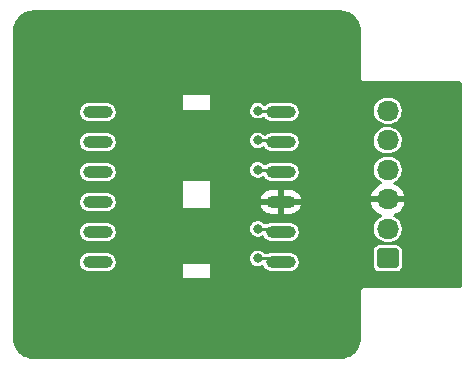
<source format=gbr>
%TF.GenerationSoftware,KiCad,Pcbnew,(6.0.2-0)*%
%TF.CreationDate,2022-03-06T07:54:27+00:00*%
%TF.ProjectId,L86,4c38362e-6b69-4636-9164-5f7063625858,rev?*%
%TF.SameCoordinates,Original*%
%TF.FileFunction,Copper,L1,Top*%
%TF.FilePolarity,Positive*%
%FSLAX46Y46*%
G04 Gerber Fmt 4.6, Leading zero omitted, Abs format (unit mm)*
G04 Created by KiCad (PCBNEW (6.0.2-0)) date 2022-03-06 07:54:27*
%MOMM*%
%LPD*%
G01*
G04 APERTURE LIST*
G04 Aperture macros list*
%AMRoundRect*
0 Rectangle with rounded corners*
0 $1 Rounding radius*
0 $2 $3 $4 $5 $6 $7 $8 $9 X,Y pos of 4 corners*
0 Add a 4 corners polygon primitive as box body*
4,1,4,$2,$3,$4,$5,$6,$7,$8,$9,$2,$3,0*
0 Add four circle primitives for the rounded corners*
1,1,$1+$1,$2,$3*
1,1,$1+$1,$4,$5*
1,1,$1+$1,$6,$7*
1,1,$1+$1,$8,$9*
0 Add four rect primitives between the rounded corners*
20,1,$1+$1,$2,$3,$4,$5,0*
20,1,$1+$1,$4,$5,$6,$7,0*
20,1,$1+$1,$6,$7,$8,$9,0*
20,1,$1+$1,$8,$9,$2,$3,0*%
G04 Aperture macros list end*
%TA.AperFunction,ComponentPad*%
%ADD10RoundRect,0.250000X0.675000X-0.600000X0.675000X0.600000X-0.675000X0.600000X-0.675000X-0.600000X0*%
%TD*%
%TA.AperFunction,ComponentPad*%
%ADD11O,1.850000X1.700000*%
%TD*%
%TA.AperFunction,SMDPad,CuDef*%
%ADD12RoundRect,0.500000X-0.750000X0.000000X0.750000X0.000000X0.750000X0.000000X-0.750000X0.000000X0*%
%TD*%
%TA.AperFunction,ViaPad*%
%ADD13C,0.800000*%
%TD*%
%TA.AperFunction,Conductor*%
%ADD14C,0.250000*%
%TD*%
G04 APERTURE END LIST*
D10*
%TO.P,J1,1,Pin_1*%
%TO.N,Net-(J1-Pad1)*%
X117000000Y-106250000D03*
D11*
%TO.P,J1,2,Pin_2*%
%TO.N,Net-(J1-Pad2)*%
X117000000Y-103750000D03*
%TO.P,J1,3,Pin_3*%
%TO.N,GND*%
X117000000Y-101250000D03*
%TO.P,J1,4,Pin_4*%
%TO.N,Net-(J1-Pad4)*%
X117000000Y-98750000D03*
%TO.P,J1,5,Pin_5*%
%TO.N,Net-(J1-Pad5)*%
X117000000Y-96250000D03*
%TO.P,J1,6,Pin_6*%
%TO.N,Net-(J1-Pad6)*%
X117000000Y-93750000D03*
%TD*%
D12*
%TO.P,U1,1,RXD1*%
%TO.N,Net-(J1-Pad1)*%
X107950000Y-106550000D03*
%TO.P,U1,2,TXD1*%
%TO.N,Net-(J1-Pad2)*%
X107950000Y-104010000D03*
%TO.P,U1,3,GND*%
%TO.N,GND*%
X107950000Y-101470000D03*
%TO.P,U1,4,VCC*%
%TO.N,Net-(J1-Pad4)*%
X107950000Y-98930000D03*
%TO.P,U1,5,V_BKCP*%
%TO.N,Net-(J1-Pad5)*%
X107950000Y-96390000D03*
%TO.P,U1,6,1PPS*%
%TO.N,Net-(J1-Pad6)*%
X107950000Y-93850000D03*
%TO.P,U1,7,FORCE_ON*%
%TO.N,unconnected-(U1-Pad7)*%
X92450000Y-93850000D03*
%TO.P,U1,8,AADET_N*%
%TO.N,unconnected-(U1-Pad8)*%
X92450000Y-96390000D03*
%TO.P,U1,9,NC*%
%TO.N,unconnected-(U1-Pad9)*%
X92450000Y-98930000D03*
%TO.P,U1,10,RESET*%
%TO.N,unconnected-(U1-Pad10)*%
X92450000Y-101470000D03*
%TO.P,U1,11,EX_ANT*%
%TO.N,unconnected-(U1-Pad11)*%
X92450000Y-104010000D03*
%TO.P,U1,12,GND*%
%TO.N,unconnected-(U1-Pad12)*%
X92450000Y-106550000D03*
%TD*%
D13*
%TO.N,Net-(J1-Pad1)*%
X106000000Y-106250000D03*
%TO.N,Net-(J1-Pad2)*%
X106000000Y-103750000D03*
%TO.N,Net-(J1-Pad4)*%
X106000000Y-98750000D03*
%TO.N,Net-(J1-Pad5)*%
X106000000Y-96250000D03*
%TO.N,Net-(J1-Pad6)*%
X106000000Y-93750000D03*
%TD*%
D14*
%TO.N,Net-(J1-Pad1)*%
X106000000Y-106250000D02*
X107650000Y-106250000D01*
X107650000Y-106250000D02*
X107950000Y-106550000D01*
%TO.N,Net-(J1-Pad2)*%
X106000000Y-103750000D02*
X107690000Y-103750000D01*
X107690000Y-103750000D02*
X107950000Y-104010000D01*
%TO.N,Net-(J1-Pad4)*%
X106000000Y-98750000D02*
X107770000Y-98750000D01*
X107770000Y-98750000D02*
X107950000Y-98930000D01*
%TO.N,Net-(J1-Pad5)*%
X106000000Y-96250000D02*
X107810000Y-96250000D01*
X107810000Y-96250000D02*
X107950000Y-96390000D01*
%TO.N,Net-(J1-Pad6)*%
X106000000Y-93750000D02*
X107850000Y-93750000D01*
X107850000Y-93750000D02*
X107950000Y-93850000D01*
%TD*%
%TA.AperFunction,Conductor*%
%TO.N,GND*%
G36*
X112987153Y-85256421D02*
G01*
X113000000Y-85258976D01*
X113012171Y-85256555D01*
X113024581Y-85256555D01*
X113024581Y-85257198D01*
X113035326Y-85256527D01*
X113239491Y-85271129D01*
X113257285Y-85273687D01*
X113483101Y-85322810D01*
X113500350Y-85327875D01*
X113583148Y-85358757D01*
X113716877Y-85408635D01*
X113733226Y-85416102D01*
X113936049Y-85526852D01*
X113951173Y-85536571D01*
X114136176Y-85675063D01*
X114149762Y-85686836D01*
X114313164Y-85850238D01*
X114324937Y-85863824D01*
X114463429Y-86048827D01*
X114473148Y-86063951D01*
X114583898Y-86266774D01*
X114591367Y-86283127D01*
X114672125Y-86499650D01*
X114677190Y-86516899D01*
X114726313Y-86742715D01*
X114728871Y-86760509D01*
X114743473Y-86964674D01*
X114742802Y-86975419D01*
X114743445Y-86975419D01*
X114743445Y-86987829D01*
X114741024Y-87000000D01*
X114743445Y-87012170D01*
X114743579Y-87012844D01*
X114746000Y-87037425D01*
X114746000Y-90962575D01*
X114743579Y-90987153D01*
X114741024Y-91000000D01*
X114746000Y-91025017D01*
X114760737Y-91099106D01*
X114816876Y-91183124D01*
X114900894Y-91239263D01*
X115000000Y-91258976D01*
X115012847Y-91256421D01*
X115037425Y-91254000D01*
X123120000Y-91254000D01*
X123188121Y-91274002D01*
X123234614Y-91327658D01*
X123246000Y-91380000D01*
X123246000Y-108620000D01*
X123225998Y-108688121D01*
X123172342Y-108734614D01*
X123120000Y-108746000D01*
X115037425Y-108746000D01*
X115012847Y-108743579D01*
X115000000Y-108741024D01*
X114987828Y-108743445D01*
X114974983Y-108746000D01*
X114900894Y-108760737D01*
X114816876Y-108816876D01*
X114760737Y-108900894D01*
X114741024Y-109000000D01*
X114743445Y-109012170D01*
X114743579Y-109012844D01*
X114746000Y-109037425D01*
X114746000Y-112962575D01*
X114743579Y-112987153D01*
X114741024Y-113000000D01*
X114743445Y-113012171D01*
X114743445Y-113024581D01*
X114742802Y-113024581D01*
X114743473Y-113035326D01*
X114728871Y-113239491D01*
X114726313Y-113257285D01*
X114677190Y-113483101D01*
X114672125Y-113500350D01*
X114591367Y-113716873D01*
X114583898Y-113733226D01*
X114473148Y-113936049D01*
X114463429Y-113951173D01*
X114324937Y-114136176D01*
X114313164Y-114149762D01*
X114149762Y-114313164D01*
X114136176Y-114324937D01*
X113951173Y-114463429D01*
X113936049Y-114473148D01*
X113733226Y-114583898D01*
X113716877Y-114591365D01*
X113583148Y-114641243D01*
X113500350Y-114672125D01*
X113483101Y-114677190D01*
X113257285Y-114726313D01*
X113239491Y-114728871D01*
X113035326Y-114743473D01*
X113024581Y-114742802D01*
X113024581Y-114743445D01*
X113012171Y-114743445D01*
X113000000Y-114741024D01*
X112987153Y-114743579D01*
X112962575Y-114746000D01*
X87037425Y-114746000D01*
X87012847Y-114743579D01*
X87000000Y-114741024D01*
X86987829Y-114743445D01*
X86975419Y-114743445D01*
X86975419Y-114742802D01*
X86964674Y-114743473D01*
X86760509Y-114728871D01*
X86742715Y-114726313D01*
X86516899Y-114677190D01*
X86499650Y-114672125D01*
X86416852Y-114641243D01*
X86283123Y-114591365D01*
X86266774Y-114583898D01*
X86063951Y-114473148D01*
X86048827Y-114463429D01*
X85863824Y-114324937D01*
X85850238Y-114313164D01*
X85686836Y-114149762D01*
X85675063Y-114136176D01*
X85536571Y-113951173D01*
X85526852Y-113936049D01*
X85416102Y-113733226D01*
X85408633Y-113716873D01*
X85327875Y-113500350D01*
X85322810Y-113483101D01*
X85273687Y-113257285D01*
X85271129Y-113239491D01*
X85256527Y-113035326D01*
X85257198Y-113024581D01*
X85256555Y-113024581D01*
X85256555Y-113012171D01*
X85258976Y-113000000D01*
X85256421Y-112987153D01*
X85254000Y-112962575D01*
X85254000Y-107950000D01*
X99700000Y-107950000D01*
X101950000Y-107950000D01*
X101950000Y-106700000D01*
X99700000Y-106700000D01*
X99700000Y-107950000D01*
X85254000Y-107950000D01*
X85254000Y-106600128D01*
X90945500Y-106600128D01*
X90945837Y-106603374D01*
X90945837Y-106603378D01*
X90954402Y-106685919D01*
X90956417Y-106705343D01*
X90958598Y-106711879D01*
X90958598Y-106711881D01*
X90985008Y-106791042D01*
X91012097Y-106872237D01*
X91047380Y-106929253D01*
X91061207Y-106951597D01*
X91104678Y-107021846D01*
X91229194Y-107146144D01*
X91378964Y-107238464D01*
X91385912Y-107240769D01*
X91385913Y-107240769D01*
X91539424Y-107291687D01*
X91539426Y-107291687D01*
X91545955Y-107293853D01*
X91649872Y-107304500D01*
X93250128Y-107304500D01*
X93253374Y-107304163D01*
X93253378Y-107304163D01*
X93348485Y-107294295D01*
X93348489Y-107294294D01*
X93355343Y-107293583D01*
X93361879Y-107291402D01*
X93361881Y-107291402D01*
X93500257Y-107245236D01*
X93522237Y-107237903D01*
X93579253Y-107202620D01*
X93665620Y-107149175D01*
X93665621Y-107149174D01*
X93671846Y-107145322D01*
X93796144Y-107020806D01*
X93888464Y-106871036D01*
X93908381Y-106810989D01*
X93941687Y-106710576D01*
X93941687Y-106710574D01*
X93943853Y-106704045D01*
X93954500Y-106600128D01*
X93954500Y-106499872D01*
X93943583Y-106394657D01*
X93893018Y-106243096D01*
X105340729Y-106243096D01*
X105358113Y-106400553D01*
X105360723Y-106407684D01*
X105360723Y-106407686D01*
X105395636Y-106503090D01*
X105412553Y-106549319D01*
X105416789Y-106555622D01*
X105416789Y-106555623D01*
X105444534Y-106596911D01*
X105500908Y-106680805D01*
X105506527Y-106685918D01*
X105506528Y-106685919D01*
X105526921Y-106704475D01*
X105618076Y-106787419D01*
X105757293Y-106863008D01*
X105910522Y-106903207D01*
X105994477Y-106904526D01*
X106061319Y-106905576D01*
X106061322Y-106905576D01*
X106068916Y-106905695D01*
X106223332Y-106870329D01*
X106341317Y-106810989D01*
X106411163Y-106798251D01*
X106476807Y-106825295D01*
X106510906Y-106868667D01*
X106512097Y-106872237D01*
X106515951Y-106878465D01*
X106561207Y-106951597D01*
X106604678Y-107021846D01*
X106729194Y-107146144D01*
X106878964Y-107238464D01*
X106885912Y-107240769D01*
X106885913Y-107240769D01*
X107039424Y-107291687D01*
X107039426Y-107291687D01*
X107045955Y-107293853D01*
X107149872Y-107304500D01*
X108750128Y-107304500D01*
X108753374Y-107304163D01*
X108753378Y-107304163D01*
X108848485Y-107294295D01*
X108848489Y-107294294D01*
X108855343Y-107293583D01*
X108861879Y-107291402D01*
X108861881Y-107291402D01*
X109000257Y-107245236D01*
X109022237Y-107237903D01*
X109079253Y-107202620D01*
X109165620Y-107149175D01*
X109165621Y-107149174D01*
X109171846Y-107145322D01*
X109296144Y-107020806D01*
X109371993Y-106897756D01*
X115820500Y-106897756D01*
X115820869Y-106901152D01*
X115820869Y-106901153D01*
X115821350Y-106905576D01*
X115827202Y-106959448D01*
X115877929Y-107094764D01*
X115883309Y-107101943D01*
X115883311Y-107101946D01*
X115919314Y-107149984D01*
X115964596Y-107210404D01*
X115971776Y-107215785D01*
X116073054Y-107291689D01*
X116073057Y-107291691D01*
X116080236Y-107297071D01*
X116169954Y-107330704D01*
X116208157Y-107345026D01*
X116208159Y-107345026D01*
X116215552Y-107347798D01*
X116223402Y-107348651D01*
X116223403Y-107348651D01*
X116273847Y-107354131D01*
X116277244Y-107354500D01*
X117722756Y-107354500D01*
X117726153Y-107354131D01*
X117776597Y-107348651D01*
X117776598Y-107348651D01*
X117784448Y-107347798D01*
X117791841Y-107345026D01*
X117791843Y-107345026D01*
X117830046Y-107330704D01*
X117919764Y-107297071D01*
X117926943Y-107291691D01*
X117926946Y-107291689D01*
X118028224Y-107215785D01*
X118035404Y-107210404D01*
X118080686Y-107149984D01*
X118116689Y-107101946D01*
X118116691Y-107101943D01*
X118122071Y-107094764D01*
X118172798Y-106959448D01*
X118178651Y-106905576D01*
X118179131Y-106901153D01*
X118179131Y-106901152D01*
X118179500Y-106897756D01*
X118179500Y-105602244D01*
X118172798Y-105540552D01*
X118122071Y-105405236D01*
X118116691Y-105398057D01*
X118116689Y-105398054D01*
X118040785Y-105296776D01*
X118035404Y-105289596D01*
X118014977Y-105274287D01*
X117926946Y-105208311D01*
X117926943Y-105208309D01*
X117919764Y-105202929D01*
X117830046Y-105169296D01*
X117791843Y-105154974D01*
X117791841Y-105154974D01*
X117784448Y-105152202D01*
X117776598Y-105151349D01*
X117776597Y-105151349D01*
X117726153Y-105145869D01*
X117726152Y-105145869D01*
X117722756Y-105145500D01*
X116277244Y-105145500D01*
X116273848Y-105145869D01*
X116273847Y-105145869D01*
X116223403Y-105151349D01*
X116223402Y-105151349D01*
X116215552Y-105152202D01*
X116208159Y-105154974D01*
X116208157Y-105154974D01*
X116169954Y-105169296D01*
X116080236Y-105202929D01*
X116073057Y-105208309D01*
X116073054Y-105208311D01*
X115985023Y-105274287D01*
X115964596Y-105289596D01*
X115959215Y-105296776D01*
X115883311Y-105398054D01*
X115883309Y-105398057D01*
X115877929Y-105405236D01*
X115827202Y-105540552D01*
X115820500Y-105602244D01*
X115820500Y-106897756D01*
X109371993Y-106897756D01*
X109388464Y-106871036D01*
X109408381Y-106810989D01*
X109441687Y-106710576D01*
X109441687Y-106710574D01*
X109443853Y-106704045D01*
X109454500Y-106600128D01*
X109454500Y-106499872D01*
X109443583Y-106394657D01*
X109387903Y-106227763D01*
X109352620Y-106170747D01*
X109299175Y-106084380D01*
X109299174Y-106084379D01*
X109295322Y-106078154D01*
X109170806Y-105953856D01*
X109021036Y-105861536D01*
X108913746Y-105825949D01*
X108860576Y-105808313D01*
X108860574Y-105808313D01*
X108854045Y-105806147D01*
X108750128Y-105795500D01*
X107149872Y-105795500D01*
X107146626Y-105795837D01*
X107146622Y-105795837D01*
X107051515Y-105805705D01*
X107051511Y-105805706D01*
X107044657Y-105806417D01*
X107038121Y-105808598D01*
X107038119Y-105808598D01*
X106877763Y-105862097D01*
X106877331Y-105860802D01*
X106833774Y-105870500D01*
X106599682Y-105870500D01*
X106531561Y-105850498D01*
X106505114Y-105824860D01*
X106503878Y-105825949D01*
X106498855Y-105820251D01*
X106494553Y-105813992D01*
X106376275Y-105708611D01*
X106368889Y-105704700D01*
X106242988Y-105638039D01*
X106242989Y-105638039D01*
X106236274Y-105634484D01*
X106082633Y-105595892D01*
X106075034Y-105595852D01*
X106075033Y-105595852D01*
X106009181Y-105595507D01*
X105924221Y-105595062D01*
X105916841Y-105596834D01*
X105916839Y-105596834D01*
X105777563Y-105630271D01*
X105777560Y-105630272D01*
X105770184Y-105632043D01*
X105629414Y-105704700D01*
X105510039Y-105808838D01*
X105418950Y-105938444D01*
X105361406Y-106086037D01*
X105360414Y-106093570D01*
X105360414Y-106093571D01*
X105341833Y-106234711D01*
X105340729Y-106243096D01*
X93893018Y-106243096D01*
X93887903Y-106227763D01*
X93852620Y-106170747D01*
X93799175Y-106084380D01*
X93799174Y-106084379D01*
X93795322Y-106078154D01*
X93670806Y-105953856D01*
X93521036Y-105861536D01*
X93413746Y-105825949D01*
X93360576Y-105808313D01*
X93360574Y-105808313D01*
X93354045Y-105806147D01*
X93250128Y-105795500D01*
X91649872Y-105795500D01*
X91646626Y-105795837D01*
X91646622Y-105795837D01*
X91551515Y-105805705D01*
X91551511Y-105805706D01*
X91544657Y-105806417D01*
X91538121Y-105808598D01*
X91538119Y-105808598D01*
X91489376Y-105824860D01*
X91377763Y-105862097D01*
X91371531Y-105865953D01*
X91371532Y-105865953D01*
X91235688Y-105950016D01*
X91228154Y-105954678D01*
X91103856Y-106079194D01*
X91011536Y-106228964D01*
X91009231Y-106235912D01*
X91009231Y-106235913D01*
X91006849Y-106243096D01*
X90956147Y-106395955D01*
X90945500Y-106499872D01*
X90945500Y-106600128D01*
X85254000Y-106600128D01*
X85254000Y-104060128D01*
X90945500Y-104060128D01*
X90945837Y-104063374D01*
X90945837Y-104063378D01*
X90951369Y-104116688D01*
X90956417Y-104165343D01*
X90958598Y-104171879D01*
X90958598Y-104171881D01*
X90971941Y-104211874D01*
X91012097Y-104332237D01*
X91104678Y-104481846D01*
X91229194Y-104606144D01*
X91378964Y-104698464D01*
X91385912Y-104700769D01*
X91385913Y-104700769D01*
X91539424Y-104751687D01*
X91539426Y-104751687D01*
X91545955Y-104753853D01*
X91649872Y-104764500D01*
X93250128Y-104764500D01*
X93253374Y-104764163D01*
X93253378Y-104764163D01*
X93348485Y-104754295D01*
X93348489Y-104754294D01*
X93355343Y-104753583D01*
X93361879Y-104751402D01*
X93361881Y-104751402D01*
X93500257Y-104705236D01*
X93522237Y-104697903D01*
X93641697Y-104623979D01*
X93665620Y-104609175D01*
X93665621Y-104609174D01*
X93671846Y-104605322D01*
X93796144Y-104480806D01*
X93888464Y-104331036D01*
X93893231Y-104316665D01*
X93941687Y-104170576D01*
X93941687Y-104170574D01*
X93943853Y-104164045D01*
X93954500Y-104060128D01*
X93954500Y-103959872D01*
X93954163Y-103956622D01*
X93944295Y-103861515D01*
X93944294Y-103861511D01*
X93943583Y-103854657D01*
X93906364Y-103743096D01*
X105340729Y-103743096D01*
X105358113Y-103900553D01*
X105360723Y-103907684D01*
X105360723Y-103907686D01*
X105401254Y-104018442D01*
X105412553Y-104049319D01*
X105416789Y-104055622D01*
X105416789Y-104055623D01*
X105485910Y-104158485D01*
X105500908Y-104180805D01*
X105506527Y-104185918D01*
X105506528Y-104185919D01*
X105540763Y-104217070D01*
X105618076Y-104287419D01*
X105757293Y-104363008D01*
X105910522Y-104403207D01*
X105994477Y-104404526D01*
X106061319Y-104405576D01*
X106061322Y-104405576D01*
X106068916Y-104405695D01*
X106223332Y-104370329D01*
X106330032Y-104316665D01*
X106358477Y-104302359D01*
X106428322Y-104289621D01*
X106493966Y-104316665D01*
X106522235Y-104348621D01*
X106557554Y-104405695D01*
X106604678Y-104481846D01*
X106729194Y-104606144D01*
X106878964Y-104698464D01*
X106885912Y-104700769D01*
X106885913Y-104700769D01*
X107039424Y-104751687D01*
X107039426Y-104751687D01*
X107045955Y-104753853D01*
X107149872Y-104764500D01*
X108750128Y-104764500D01*
X108753374Y-104764163D01*
X108753378Y-104764163D01*
X108848485Y-104754295D01*
X108848489Y-104754294D01*
X108855343Y-104753583D01*
X108861879Y-104751402D01*
X108861881Y-104751402D01*
X109000257Y-104705236D01*
X109022237Y-104697903D01*
X109141697Y-104623979D01*
X109165620Y-104609175D01*
X109165621Y-104609174D01*
X109171846Y-104605322D01*
X109296144Y-104480806D01*
X109388464Y-104331036D01*
X109393231Y-104316665D01*
X109441687Y-104170576D01*
X109441687Y-104170574D01*
X109443853Y-104164045D01*
X109454500Y-104060128D01*
X109454500Y-103959872D01*
X109454163Y-103956622D01*
X109444295Y-103861515D01*
X109444294Y-103861511D01*
X109443583Y-103854657D01*
X109406364Y-103743096D01*
X109390221Y-103694711D01*
X109387903Y-103687763D01*
X109295322Y-103538154D01*
X109170806Y-103413856D01*
X109021036Y-103321536D01*
X108967703Y-103303846D01*
X108860576Y-103268313D01*
X108860574Y-103268313D01*
X108854045Y-103266147D01*
X108750128Y-103255500D01*
X107149872Y-103255500D01*
X107146626Y-103255837D01*
X107146622Y-103255837D01*
X107051515Y-103265705D01*
X107051511Y-103265706D01*
X107044657Y-103266417D01*
X107038121Y-103268598D01*
X107038119Y-103268598D01*
X106902057Y-103313992D01*
X106877763Y-103322097D01*
X106871535Y-103325951D01*
X106871533Y-103325952D01*
X106830016Y-103351644D01*
X106763713Y-103370500D01*
X106599682Y-103370500D01*
X106531561Y-103350498D01*
X106505114Y-103324860D01*
X106503878Y-103325949D01*
X106498855Y-103320251D01*
X106494553Y-103313992D01*
X106459690Y-103282930D01*
X106443284Y-103268313D01*
X106376275Y-103208611D01*
X106368889Y-103204700D01*
X106242988Y-103138039D01*
X106242989Y-103138039D01*
X106236274Y-103134484D01*
X106082633Y-103095892D01*
X106075034Y-103095852D01*
X106075033Y-103095852D01*
X106009181Y-103095507D01*
X105924221Y-103095062D01*
X105916841Y-103096834D01*
X105916839Y-103096834D01*
X105777563Y-103130271D01*
X105777560Y-103130272D01*
X105770184Y-103132043D01*
X105629414Y-103204700D01*
X105510039Y-103308838D01*
X105418950Y-103438444D01*
X105361406Y-103586037D01*
X105360414Y-103593570D01*
X105360414Y-103593571D01*
X105346941Y-103695913D01*
X105340729Y-103743096D01*
X93906364Y-103743096D01*
X93890221Y-103694711D01*
X93887903Y-103687763D01*
X93795322Y-103538154D01*
X93670806Y-103413856D01*
X93521036Y-103321536D01*
X93467703Y-103303846D01*
X93360576Y-103268313D01*
X93360574Y-103268313D01*
X93354045Y-103266147D01*
X93250128Y-103255500D01*
X91649872Y-103255500D01*
X91646626Y-103255837D01*
X91646622Y-103255837D01*
X91551515Y-103265705D01*
X91551511Y-103265706D01*
X91544657Y-103266417D01*
X91538121Y-103268598D01*
X91538119Y-103268598D01*
X91402057Y-103313992D01*
X91377763Y-103322097D01*
X91371531Y-103325953D01*
X91371532Y-103325953D01*
X91235688Y-103410016D01*
X91228154Y-103414678D01*
X91103856Y-103539194D01*
X91011536Y-103688964D01*
X91009231Y-103695912D01*
X91009231Y-103695913D01*
X90973314Y-103804200D01*
X90956147Y-103855955D01*
X90945500Y-103959872D01*
X90945500Y-104060128D01*
X85254000Y-104060128D01*
X85254000Y-101520128D01*
X90945500Y-101520128D01*
X90945837Y-101523374D01*
X90945837Y-101523378D01*
X90947290Y-101537376D01*
X90956417Y-101625343D01*
X90958598Y-101631879D01*
X90958598Y-101631881D01*
X90989331Y-101724000D01*
X91012097Y-101792237D01*
X91104678Y-101941846D01*
X91229194Y-102066144D01*
X91378964Y-102158464D01*
X91385912Y-102160769D01*
X91385913Y-102160769D01*
X91539424Y-102211687D01*
X91539426Y-102211687D01*
X91545955Y-102213853D01*
X91649872Y-102224500D01*
X93250128Y-102224500D01*
X93253374Y-102224163D01*
X93253378Y-102224163D01*
X93348485Y-102214295D01*
X93348489Y-102214294D01*
X93355343Y-102213583D01*
X93361879Y-102211402D01*
X93361881Y-102211402D01*
X93500257Y-102165236D01*
X93522237Y-102157903D01*
X93603236Y-102107779D01*
X93665620Y-102069175D01*
X93665621Y-102069174D01*
X93671846Y-102065322D01*
X93786966Y-101950000D01*
X99700000Y-101950000D01*
X101950000Y-101950000D01*
X101950000Y-101743533D01*
X106226823Y-101743533D01*
X106230163Y-101760096D01*
X106233750Y-101771828D01*
X106304978Y-101942943D01*
X106310778Y-101953759D01*
X106413885Y-102107779D01*
X106421678Y-102117266D01*
X106552734Y-102248322D01*
X106562221Y-102256115D01*
X106716241Y-102359222D01*
X106727057Y-102365022D01*
X106898167Y-102436248D01*
X106909909Y-102439838D01*
X107093055Y-102476767D01*
X107102267Y-102477923D01*
X107105319Y-102478000D01*
X107677885Y-102478000D01*
X107693124Y-102473525D01*
X107694329Y-102472135D01*
X107696000Y-102464452D01*
X107696000Y-102459885D01*
X108204000Y-102459885D01*
X108208475Y-102475124D01*
X108209865Y-102476329D01*
X108217548Y-102478000D01*
X108794681Y-102478000D01*
X108797733Y-102477923D01*
X108806945Y-102476767D01*
X108990091Y-102439838D01*
X109001833Y-102436248D01*
X109172943Y-102365022D01*
X109183759Y-102359222D01*
X109337779Y-102256115D01*
X109347266Y-102248322D01*
X109478322Y-102117266D01*
X109486115Y-102107779D01*
X109589222Y-101953759D01*
X109595022Y-101942943D01*
X109666250Y-101771828D01*
X109669837Y-101760096D01*
X109673535Y-101741758D01*
X109672421Y-101728941D01*
X109657188Y-101724000D01*
X108222115Y-101724000D01*
X108206876Y-101728475D01*
X108205671Y-101729865D01*
X108204000Y-101737548D01*
X108204000Y-102459885D01*
X107696000Y-102459885D01*
X107696000Y-101742115D01*
X107691525Y-101726876D01*
X107690135Y-101725671D01*
X107682452Y-101724000D01*
X106241000Y-101724000D01*
X106228656Y-101727624D01*
X106226823Y-101743533D01*
X101950000Y-101743533D01*
X101950000Y-101518580D01*
X115593752Y-101518580D01*
X115618477Y-101636421D01*
X115621537Y-101646617D01*
X115702263Y-101851029D01*
X115706994Y-101860561D01*
X115821016Y-102048462D01*
X115827280Y-102057052D01*
X115971327Y-102223052D01*
X115978958Y-102230472D01*
X116148911Y-102369826D01*
X116157678Y-102375850D01*
X116348682Y-102484576D01*
X116358345Y-102489041D01*
X116440788Y-102518966D01*
X116497996Y-102561010D01*
X116523392Y-102627309D01*
X116508912Y-102696814D01*
X116455490Y-102749421D01*
X116325590Y-102816324D01*
X116320875Y-102820028D01*
X116164568Y-102942808D01*
X116164564Y-102942812D01*
X116159851Y-102946514D01*
X116155920Y-102951044D01*
X116155919Y-102951045D01*
X116025650Y-103101165D01*
X116025646Y-103101170D01*
X116021719Y-103105696D01*
X115916181Y-103288126D01*
X115847043Y-103487222D01*
X115846183Y-103493155D01*
X115846182Y-103493158D01*
X115817966Y-103687763D01*
X115816801Y-103695800D01*
X115826545Y-103906333D01*
X115875924Y-104111226D01*
X115878406Y-104116684D01*
X115878407Y-104116688D01*
X115902909Y-104170576D01*
X115963157Y-104303084D01*
X116085096Y-104474986D01*
X116237340Y-104620728D01*
X116242375Y-104623979D01*
X116409360Y-104731800D01*
X116409363Y-104731801D01*
X116414397Y-104735052D01*
X116609878Y-104813834D01*
X116732688Y-104837817D01*
X116812283Y-104853361D01*
X116812286Y-104853361D01*
X116816729Y-104854229D01*
X116822270Y-104854500D01*
X117127659Y-104854500D01*
X117284806Y-104839507D01*
X117487042Y-104780177D01*
X117570304Y-104737294D01*
X117669079Y-104686422D01*
X117669082Y-104686420D01*
X117674410Y-104683676D01*
X117750408Y-104623979D01*
X117835432Y-104557192D01*
X117835436Y-104557188D01*
X117840149Y-104553486D01*
X117844081Y-104548955D01*
X117974350Y-104398835D01*
X117974354Y-104398830D01*
X117978281Y-104394304D01*
X118083819Y-104211874D01*
X118152957Y-104012778D01*
X118160155Y-103963138D01*
X118182338Y-103810140D01*
X118182338Y-103810137D01*
X118183199Y-103804200D01*
X118173455Y-103593667D01*
X118161829Y-103545424D01*
X118125482Y-103394607D01*
X118125481Y-103394605D01*
X118124076Y-103388774D01*
X118115768Y-103370500D01*
X118044458Y-103213664D01*
X118036843Y-103196916D01*
X117914904Y-103025014D01*
X117762660Y-102879272D01*
X117665171Y-102816324D01*
X117590640Y-102768200D01*
X117590637Y-102768199D01*
X117585603Y-102764948D01*
X117575643Y-102760934D01*
X117560226Y-102754720D01*
X117504521Y-102710704D01*
X117481456Y-102643558D01*
X117498354Y-102574602D01*
X117555576Y-102522973D01*
X117732970Y-102443063D01*
X117742256Y-102437894D01*
X117924575Y-102315150D01*
X117932870Y-102308481D01*
X118091900Y-102156772D01*
X118098941Y-102148814D01*
X118230141Y-101972475D01*
X118235745Y-101963438D01*
X118335357Y-101767516D01*
X118339357Y-101757665D01*
X118404534Y-101547760D01*
X118406817Y-101537376D01*
X118408861Y-101521957D01*
X118406665Y-101507793D01*
X118393478Y-101504000D01*
X115608808Y-101504000D01*
X115595277Y-101507973D01*
X115593752Y-101518580D01*
X101950000Y-101518580D01*
X101950000Y-101198242D01*
X106226465Y-101198242D01*
X106227579Y-101211059D01*
X106242812Y-101216000D01*
X107677885Y-101216000D01*
X107693124Y-101211525D01*
X107694329Y-101210135D01*
X107696000Y-101202452D01*
X107696000Y-101197885D01*
X108204000Y-101197885D01*
X108208475Y-101213124D01*
X108209865Y-101214329D01*
X108217548Y-101216000D01*
X109659000Y-101216000D01*
X109671344Y-101212376D01*
X109673177Y-101196467D01*
X109669837Y-101179904D01*
X109666250Y-101168172D01*
X109595022Y-100997057D01*
X109589222Y-100986241D01*
X109583734Y-100978043D01*
X115591139Y-100978043D01*
X115593335Y-100992207D01*
X115606522Y-100996000D01*
X118391192Y-100996000D01*
X118404723Y-100992027D01*
X118406248Y-100981420D01*
X118381523Y-100863579D01*
X118378463Y-100853383D01*
X118297737Y-100648971D01*
X118293006Y-100639439D01*
X118178984Y-100451538D01*
X118172720Y-100442948D01*
X118028673Y-100276948D01*
X118021042Y-100269528D01*
X117851089Y-100130174D01*
X117842322Y-100124150D01*
X117651318Y-100015424D01*
X117641655Y-100010959D01*
X117559212Y-99981034D01*
X117502004Y-99938990D01*
X117476608Y-99872691D01*
X117491088Y-99803186D01*
X117544510Y-99750579D01*
X117545350Y-99750147D01*
X117674410Y-99683676D01*
X117754494Y-99620769D01*
X117835432Y-99557192D01*
X117835436Y-99557188D01*
X117840149Y-99553486D01*
X117861245Y-99529175D01*
X117974350Y-99398835D01*
X117974354Y-99398830D01*
X117978281Y-99394304D01*
X118083819Y-99211874D01*
X118152957Y-99012778D01*
X118158158Y-98976911D01*
X118182338Y-98810140D01*
X118182338Y-98810137D01*
X118183199Y-98804200D01*
X118173455Y-98593667D01*
X118149233Y-98493158D01*
X118125482Y-98394607D01*
X118125481Y-98394605D01*
X118124076Y-98388774D01*
X118115768Y-98370500D01*
X118057386Y-98242097D01*
X118036843Y-98196916D01*
X117914904Y-98025014D01*
X117762660Y-97879272D01*
X117660918Y-97813578D01*
X117590640Y-97768200D01*
X117590637Y-97768199D01*
X117585603Y-97764948D01*
X117390122Y-97686166D01*
X117255739Y-97659923D01*
X117187717Y-97646639D01*
X117187714Y-97646639D01*
X117183271Y-97645771D01*
X117177730Y-97645500D01*
X116872341Y-97645500D01*
X116715194Y-97660493D01*
X116512958Y-97719823D01*
X116507619Y-97722573D01*
X116330921Y-97813578D01*
X116330918Y-97813580D01*
X116325590Y-97816324D01*
X116320875Y-97820028D01*
X116164568Y-97942808D01*
X116164564Y-97942812D01*
X116159851Y-97946514D01*
X116155920Y-97951044D01*
X116155919Y-97951045D01*
X116025650Y-98101165D01*
X116025646Y-98101170D01*
X116021719Y-98105696D01*
X115916181Y-98288126D01*
X115847043Y-98487222D01*
X115846183Y-98493155D01*
X115846182Y-98493158D01*
X115829391Y-98608964D01*
X115816801Y-98695800D01*
X115826545Y-98906333D01*
X115875924Y-99111226D01*
X115963157Y-99303084D01*
X116085096Y-99474986D01*
X116237340Y-99620728D01*
X116242375Y-99623979D01*
X116409360Y-99731800D01*
X116409363Y-99731801D01*
X116414397Y-99735052D01*
X116419963Y-99737295D01*
X116439774Y-99745280D01*
X116495479Y-99789296D01*
X116518544Y-99856442D01*
X116501646Y-99925398D01*
X116444424Y-99977027D01*
X116267030Y-100056937D01*
X116257744Y-100062106D01*
X116075425Y-100184850D01*
X116067130Y-100191519D01*
X115908100Y-100343228D01*
X115901059Y-100351186D01*
X115769859Y-100527525D01*
X115764255Y-100536562D01*
X115664643Y-100732484D01*
X115660643Y-100742335D01*
X115595466Y-100952240D01*
X115593183Y-100962624D01*
X115591139Y-100978043D01*
X109583734Y-100978043D01*
X109486115Y-100832221D01*
X109478322Y-100822734D01*
X109347266Y-100691678D01*
X109337779Y-100683885D01*
X109183759Y-100580778D01*
X109172943Y-100574978D01*
X109001833Y-100503752D01*
X108990091Y-100500162D01*
X108806945Y-100463233D01*
X108797733Y-100462077D01*
X108794681Y-100462000D01*
X108222115Y-100462000D01*
X108206876Y-100466475D01*
X108205671Y-100467865D01*
X108204000Y-100475548D01*
X108204000Y-101197885D01*
X107696000Y-101197885D01*
X107696000Y-100480115D01*
X107691525Y-100464876D01*
X107690135Y-100463671D01*
X107682452Y-100462000D01*
X107105319Y-100462000D01*
X107102267Y-100462077D01*
X107093055Y-100463233D01*
X106909909Y-100500162D01*
X106898167Y-100503752D01*
X106727057Y-100574978D01*
X106716241Y-100580778D01*
X106562221Y-100683885D01*
X106552734Y-100691678D01*
X106421678Y-100822734D01*
X106413885Y-100832221D01*
X106310778Y-100986241D01*
X106304978Y-100997057D01*
X106233750Y-101168172D01*
X106230163Y-101179904D01*
X106226465Y-101198242D01*
X101950000Y-101198242D01*
X101950000Y-99700000D01*
X99700000Y-99700000D01*
X99700000Y-101950000D01*
X93786966Y-101950000D01*
X93796144Y-101940806D01*
X93888464Y-101791036D01*
X93896265Y-101767516D01*
X93941687Y-101630576D01*
X93941687Y-101630574D01*
X93943853Y-101624045D01*
X93954500Y-101520128D01*
X93954500Y-101419872D01*
X93943583Y-101314657D01*
X93887903Y-101147763D01*
X93795322Y-100998154D01*
X93670806Y-100873856D01*
X93521036Y-100781536D01*
X93402850Y-100742335D01*
X93360576Y-100728313D01*
X93360574Y-100728313D01*
X93354045Y-100726147D01*
X93250128Y-100715500D01*
X91649872Y-100715500D01*
X91646626Y-100715837D01*
X91646622Y-100715837D01*
X91551515Y-100725705D01*
X91551511Y-100725706D01*
X91544657Y-100726417D01*
X91538121Y-100728598D01*
X91538119Y-100728598D01*
X91399743Y-100774764D01*
X91377763Y-100782097D01*
X91371531Y-100785953D01*
X91371532Y-100785953D01*
X91235688Y-100870016D01*
X91228154Y-100874678D01*
X91103856Y-100999194D01*
X91011536Y-101148964D01*
X91009231Y-101155912D01*
X91009231Y-101155913D01*
X90993795Y-101202452D01*
X90956147Y-101315955D01*
X90945500Y-101419872D01*
X90945500Y-101520128D01*
X85254000Y-101520128D01*
X85254000Y-98980128D01*
X90945500Y-98980128D01*
X90945837Y-98983374D01*
X90945837Y-98983378D01*
X90948888Y-99012778D01*
X90956417Y-99085343D01*
X90958598Y-99091879D01*
X90958598Y-99091881D01*
X90989972Y-99185919D01*
X91012097Y-99252237D01*
X91015953Y-99258468D01*
X91086224Y-99372024D01*
X91104678Y-99401846D01*
X91229194Y-99526144D01*
X91378964Y-99618464D01*
X91385912Y-99620769D01*
X91385913Y-99620769D01*
X91539424Y-99671687D01*
X91539426Y-99671687D01*
X91545955Y-99673853D01*
X91649872Y-99684500D01*
X93250128Y-99684500D01*
X93253374Y-99684163D01*
X93253378Y-99684163D01*
X93348485Y-99674295D01*
X93348489Y-99674294D01*
X93355343Y-99673583D01*
X93361879Y-99671402D01*
X93361881Y-99671402D01*
X93504025Y-99623979D01*
X93522237Y-99617903D01*
X93633656Y-99548955D01*
X93665620Y-99529175D01*
X93665621Y-99529174D01*
X93671846Y-99525322D01*
X93796144Y-99400806D01*
X93888464Y-99251036D01*
X93933026Y-99116688D01*
X93941687Y-99090576D01*
X93941687Y-99090574D01*
X93943853Y-99084045D01*
X93954500Y-98980128D01*
X93954500Y-98879872D01*
X93947265Y-98810140D01*
X93944295Y-98781515D01*
X93944294Y-98781511D01*
X93943583Y-98774657D01*
X93935573Y-98750646D01*
X93933054Y-98743096D01*
X105340729Y-98743096D01*
X105344357Y-98775955D01*
X105355830Y-98879872D01*
X105358113Y-98900553D01*
X105360723Y-98907684D01*
X105360723Y-98907686D01*
X105401254Y-99018442D01*
X105412553Y-99049319D01*
X105416789Y-99055622D01*
X105416789Y-99055623D01*
X105441154Y-99091881D01*
X105500908Y-99180805D01*
X105506527Y-99185918D01*
X105506528Y-99185919D01*
X105540763Y-99217070D01*
X105618076Y-99287419D01*
X105757293Y-99363008D01*
X105910522Y-99403207D01*
X105994477Y-99404526D01*
X106061319Y-99405576D01*
X106061322Y-99405576D01*
X106068916Y-99405695D01*
X106223332Y-99370329D01*
X106312360Y-99325553D01*
X106358072Y-99302563D01*
X106358075Y-99302561D01*
X106364855Y-99299151D01*
X106370627Y-99294221D01*
X106376959Y-99290014D01*
X106378105Y-99291739D01*
X106433270Y-99267015D01*
X106503471Y-99277614D01*
X106557466Y-99325553D01*
X106596797Y-99389111D01*
X106604678Y-99401846D01*
X106729194Y-99526144D01*
X106878964Y-99618464D01*
X106885912Y-99620769D01*
X106885913Y-99620769D01*
X107039424Y-99671687D01*
X107039426Y-99671687D01*
X107045955Y-99673853D01*
X107149872Y-99684500D01*
X108750128Y-99684500D01*
X108753374Y-99684163D01*
X108753378Y-99684163D01*
X108848485Y-99674295D01*
X108848489Y-99674294D01*
X108855343Y-99673583D01*
X108861879Y-99671402D01*
X108861881Y-99671402D01*
X109004025Y-99623979D01*
X109022237Y-99617903D01*
X109133656Y-99548955D01*
X109165620Y-99529175D01*
X109165621Y-99529174D01*
X109171846Y-99525322D01*
X109296144Y-99400806D01*
X109388464Y-99251036D01*
X109433026Y-99116688D01*
X109441687Y-99090576D01*
X109441687Y-99090574D01*
X109443853Y-99084045D01*
X109454500Y-98980128D01*
X109454500Y-98879872D01*
X109447265Y-98810140D01*
X109444295Y-98781515D01*
X109444294Y-98781511D01*
X109443583Y-98774657D01*
X109435573Y-98750646D01*
X109390221Y-98614711D01*
X109387903Y-98607763D01*
X109295322Y-98458154D01*
X109170806Y-98333856D01*
X109021036Y-98241536D01*
X109014087Y-98239231D01*
X108860576Y-98188313D01*
X108860574Y-98188313D01*
X108854045Y-98186147D01*
X108750128Y-98175500D01*
X107149872Y-98175500D01*
X107146626Y-98175837D01*
X107146622Y-98175837D01*
X107051515Y-98185705D01*
X107051511Y-98185706D01*
X107044657Y-98186417D01*
X107038121Y-98188598D01*
X107038119Y-98188598D01*
X106978133Y-98208611D01*
X106877763Y-98242097D01*
X106871531Y-98245953D01*
X106871532Y-98245953D01*
X106734381Y-98330824D01*
X106734380Y-98330825D01*
X106728154Y-98334678D01*
X106722982Y-98339859D01*
X106718709Y-98343246D01*
X106652899Y-98369883D01*
X106640445Y-98370500D01*
X106599682Y-98370500D01*
X106531561Y-98350498D01*
X106505114Y-98324860D01*
X106503878Y-98325949D01*
X106498855Y-98320251D01*
X106494553Y-98313992D01*
X106459690Y-98282930D01*
X106418187Y-98245953D01*
X106376275Y-98208611D01*
X106368889Y-98204700D01*
X106242988Y-98138039D01*
X106242989Y-98138039D01*
X106236274Y-98134484D01*
X106082633Y-98095892D01*
X106075034Y-98095852D01*
X106075033Y-98095852D01*
X106009181Y-98095507D01*
X105924221Y-98095062D01*
X105916841Y-98096834D01*
X105916839Y-98096834D01*
X105777563Y-98130271D01*
X105777560Y-98130272D01*
X105770184Y-98132043D01*
X105629414Y-98204700D01*
X105510039Y-98308838D01*
X105418950Y-98438444D01*
X105361406Y-98586037D01*
X105360414Y-98593570D01*
X105360414Y-98593571D01*
X105346956Y-98695800D01*
X105340729Y-98743096D01*
X93933054Y-98743096D01*
X93890221Y-98614711D01*
X93887903Y-98607763D01*
X93795322Y-98458154D01*
X93670806Y-98333856D01*
X93521036Y-98241536D01*
X93514087Y-98239231D01*
X93360576Y-98188313D01*
X93360574Y-98188313D01*
X93354045Y-98186147D01*
X93250128Y-98175500D01*
X91649872Y-98175500D01*
X91646626Y-98175837D01*
X91646622Y-98175837D01*
X91551515Y-98185705D01*
X91551511Y-98185706D01*
X91544657Y-98186417D01*
X91538121Y-98188598D01*
X91538119Y-98188598D01*
X91478133Y-98208611D01*
X91377763Y-98242097D01*
X91371531Y-98245953D01*
X91371532Y-98245953D01*
X91235688Y-98330016D01*
X91228154Y-98334678D01*
X91103856Y-98459194D01*
X91011536Y-98608964D01*
X91009231Y-98615912D01*
X91009231Y-98615913D01*
X90964542Y-98750646D01*
X90956147Y-98775955D01*
X90945500Y-98879872D01*
X90945500Y-98980128D01*
X85254000Y-98980128D01*
X85254000Y-96440128D01*
X90945500Y-96440128D01*
X90945837Y-96443374D01*
X90945837Y-96443378D01*
X90953626Y-96518442D01*
X90956417Y-96545343D01*
X90958598Y-96551879D01*
X90958598Y-96551881D01*
X91003317Y-96685919D01*
X91012097Y-96712237D01*
X91015953Y-96718468D01*
X91067993Y-96802563D01*
X91104678Y-96861846D01*
X91229194Y-96986144D01*
X91378964Y-97078464D01*
X91385912Y-97080769D01*
X91385913Y-97080769D01*
X91539424Y-97131687D01*
X91539426Y-97131687D01*
X91545955Y-97133853D01*
X91649872Y-97144500D01*
X93250128Y-97144500D01*
X93253374Y-97144163D01*
X93253378Y-97144163D01*
X93348485Y-97134295D01*
X93348489Y-97134294D01*
X93355343Y-97133583D01*
X93361879Y-97131402D01*
X93361881Y-97131402D01*
X93500257Y-97085236D01*
X93522237Y-97077903D01*
X93579253Y-97042620D01*
X93665620Y-96989175D01*
X93665621Y-96989174D01*
X93671846Y-96985322D01*
X93796144Y-96860806D01*
X93888464Y-96711036D01*
X93943853Y-96544045D01*
X93954500Y-96440128D01*
X93954500Y-96339872D01*
X93950799Y-96304200D01*
X93944459Y-96243096D01*
X105340729Y-96243096D01*
X105341563Y-96250646D01*
X105351414Y-96339872D01*
X105358113Y-96400553D01*
X105360723Y-96407684D01*
X105360723Y-96407686D01*
X105401254Y-96518442D01*
X105412553Y-96549319D01*
X105500908Y-96680805D01*
X105506527Y-96685918D01*
X105506528Y-96685919D01*
X105612357Y-96782215D01*
X105618076Y-96787419D01*
X105757293Y-96863008D01*
X105910522Y-96903207D01*
X105994477Y-96904526D01*
X106061319Y-96905576D01*
X106061322Y-96905576D01*
X106068916Y-96905695D01*
X106223332Y-96870329D01*
X106293742Y-96834917D01*
X106358072Y-96802563D01*
X106358075Y-96802561D01*
X106364855Y-96799151D01*
X106370626Y-96794222D01*
X106370629Y-96794220D01*
X106384684Y-96782215D01*
X106449473Y-96753183D01*
X106519673Y-96763787D01*
X106573660Y-96811722D01*
X106604678Y-96861846D01*
X106729194Y-96986144D01*
X106878964Y-97078464D01*
X106885912Y-97080769D01*
X106885913Y-97080769D01*
X107039424Y-97131687D01*
X107039426Y-97131687D01*
X107045955Y-97133853D01*
X107149872Y-97144500D01*
X108750128Y-97144500D01*
X108753374Y-97144163D01*
X108753378Y-97144163D01*
X108848485Y-97134295D01*
X108848489Y-97134294D01*
X108855343Y-97133583D01*
X108861879Y-97131402D01*
X108861881Y-97131402D01*
X109000257Y-97085236D01*
X109022237Y-97077903D01*
X109079253Y-97042620D01*
X109165620Y-96989175D01*
X109165621Y-96989174D01*
X109171846Y-96985322D01*
X109296144Y-96860806D01*
X109388464Y-96711036D01*
X109443853Y-96544045D01*
X109454500Y-96440128D01*
X109454500Y-96339872D01*
X109450799Y-96304200D01*
X109444295Y-96241515D01*
X109444294Y-96241511D01*
X109443583Y-96234657D01*
X109430620Y-96195800D01*
X115816801Y-96195800D01*
X115826545Y-96406333D01*
X115875924Y-96611226D01*
X115878406Y-96616684D01*
X115878407Y-96616688D01*
X115918692Y-96705289D01*
X115963157Y-96803084D01*
X116085096Y-96974986D01*
X116237340Y-97120728D01*
X116242375Y-97123979D01*
X116409360Y-97231800D01*
X116409363Y-97231801D01*
X116414397Y-97235052D01*
X116609878Y-97313834D01*
X116732688Y-97337817D01*
X116812283Y-97353361D01*
X116812286Y-97353361D01*
X116816729Y-97354229D01*
X116822270Y-97354500D01*
X117127659Y-97354500D01*
X117284806Y-97339507D01*
X117487042Y-97280177D01*
X117570304Y-97237294D01*
X117669079Y-97186422D01*
X117669082Y-97186420D01*
X117674410Y-97183676D01*
X117737275Y-97134295D01*
X117835432Y-97057192D01*
X117835436Y-97057188D01*
X117840149Y-97053486D01*
X117898586Y-96986144D01*
X117974350Y-96898835D01*
X117974354Y-96898830D01*
X117978281Y-96894304D01*
X118083819Y-96711874D01*
X118152957Y-96512778D01*
X118163020Y-96443378D01*
X118182338Y-96310140D01*
X118182338Y-96310137D01*
X118183199Y-96304200D01*
X118173455Y-96093667D01*
X118169177Y-96075913D01*
X118125482Y-95894607D01*
X118125481Y-95894605D01*
X118124076Y-95888774D01*
X118115768Y-95870500D01*
X118044458Y-95713664D01*
X118036843Y-95696916D01*
X117914904Y-95525014D01*
X117762660Y-95379272D01*
X117660918Y-95313578D01*
X117590640Y-95268200D01*
X117590637Y-95268199D01*
X117585603Y-95264948D01*
X117390122Y-95186166D01*
X117255739Y-95159923D01*
X117187717Y-95146639D01*
X117187714Y-95146639D01*
X117183271Y-95145771D01*
X117177730Y-95145500D01*
X116872341Y-95145500D01*
X116715194Y-95160493D01*
X116512958Y-95219823D01*
X116507619Y-95222573D01*
X116330921Y-95313578D01*
X116330918Y-95313580D01*
X116325590Y-95316324D01*
X116320875Y-95320028D01*
X116164568Y-95442808D01*
X116164564Y-95442812D01*
X116159851Y-95446514D01*
X116155920Y-95451044D01*
X116155919Y-95451045D01*
X116025650Y-95601165D01*
X116025646Y-95601170D01*
X116021719Y-95605696D01*
X115916181Y-95788126D01*
X115847043Y-95987222D01*
X115846183Y-95993155D01*
X115846182Y-95993158D01*
X115832454Y-96087840D01*
X115816801Y-96195800D01*
X109430620Y-96195800D01*
X109390221Y-96074711D01*
X109387903Y-96067763D01*
X109295322Y-95918154D01*
X109170806Y-95793856D01*
X109021036Y-95701536D01*
X109014087Y-95699231D01*
X108860576Y-95648313D01*
X108860574Y-95648313D01*
X108854045Y-95646147D01*
X108750128Y-95635500D01*
X107149872Y-95635500D01*
X107146626Y-95635837D01*
X107146622Y-95635837D01*
X107051515Y-95645705D01*
X107051511Y-95645706D01*
X107044657Y-95646417D01*
X107038121Y-95648598D01*
X107038119Y-95648598D01*
X106907941Y-95692029D01*
X106877763Y-95702097D01*
X106728154Y-95794678D01*
X106722982Y-95799859D01*
X106722977Y-95799863D01*
X106689382Y-95833517D01*
X106627100Y-95867597D01*
X106600209Y-95870500D01*
X106599682Y-95870500D01*
X106531561Y-95850498D01*
X106505114Y-95824860D01*
X106503878Y-95825949D01*
X106498855Y-95820251D01*
X106494553Y-95813992D01*
X106459690Y-95782930D01*
X106381946Y-95713664D01*
X106376275Y-95708611D01*
X106368889Y-95704700D01*
X106330565Y-95684409D01*
X106236274Y-95634484D01*
X106082633Y-95595892D01*
X106075034Y-95595852D01*
X106075033Y-95595852D01*
X106009181Y-95595507D01*
X105924221Y-95595062D01*
X105916841Y-95596834D01*
X105916839Y-95596834D01*
X105777563Y-95630271D01*
X105777560Y-95630272D01*
X105770184Y-95632043D01*
X105629414Y-95704700D01*
X105510039Y-95808838D01*
X105418950Y-95938444D01*
X105416190Y-95945524D01*
X105365822Y-96074711D01*
X105361406Y-96086037D01*
X105360414Y-96093570D01*
X105360414Y-96093571D01*
X105342529Y-96229424D01*
X105340729Y-96243096D01*
X93944459Y-96243096D01*
X93944295Y-96241515D01*
X93944294Y-96241511D01*
X93943583Y-96234657D01*
X93930620Y-96195800D01*
X93890221Y-96074711D01*
X93887903Y-96067763D01*
X93795322Y-95918154D01*
X93670806Y-95793856D01*
X93521036Y-95701536D01*
X93514087Y-95699231D01*
X93360576Y-95648313D01*
X93360574Y-95648313D01*
X93354045Y-95646147D01*
X93250128Y-95635500D01*
X91649872Y-95635500D01*
X91646626Y-95635837D01*
X91646622Y-95635837D01*
X91551515Y-95645705D01*
X91551511Y-95645706D01*
X91544657Y-95646417D01*
X91538121Y-95648598D01*
X91538119Y-95648598D01*
X91407941Y-95692029D01*
X91377763Y-95702097D01*
X91359071Y-95713664D01*
X91235688Y-95790016D01*
X91228154Y-95794678D01*
X91103856Y-95919194D01*
X91011536Y-96068964D01*
X90956147Y-96235955D01*
X90945500Y-96339872D01*
X90945500Y-96440128D01*
X85254000Y-96440128D01*
X85254000Y-93900128D01*
X90945500Y-93900128D01*
X90956417Y-94005343D01*
X90958598Y-94011879D01*
X90958598Y-94011881D01*
X90989796Y-94105393D01*
X91012097Y-94172237D01*
X91033118Y-94206206D01*
X91089854Y-94297890D01*
X91104678Y-94321846D01*
X91229194Y-94446144D01*
X91378964Y-94538464D01*
X91385912Y-94540769D01*
X91385913Y-94540769D01*
X91539424Y-94591687D01*
X91539426Y-94591687D01*
X91545955Y-94593853D01*
X91649872Y-94604500D01*
X93250128Y-94604500D01*
X93253374Y-94604163D01*
X93253378Y-94604163D01*
X93348485Y-94594295D01*
X93348489Y-94594294D01*
X93355343Y-94593583D01*
X93361879Y-94591402D01*
X93361881Y-94591402D01*
X93500257Y-94545236D01*
X93522237Y-94537903D01*
X93631805Y-94470100D01*
X93665620Y-94449175D01*
X93665621Y-94449174D01*
X93671846Y-94445322D01*
X93796144Y-94320806D01*
X93888464Y-94171036D01*
X93928836Y-94049319D01*
X93941687Y-94010576D01*
X93941687Y-94010574D01*
X93943853Y-94004045D01*
X93954500Y-93900128D01*
X93954500Y-93799872D01*
X93954163Y-93796622D01*
X93948609Y-93743096D01*
X105340729Y-93743096D01*
X105358113Y-93900553D01*
X105360723Y-93907684D01*
X105360723Y-93907686D01*
X105401254Y-94018442D01*
X105412553Y-94049319D01*
X105416789Y-94055622D01*
X105416789Y-94055623D01*
X105495151Y-94172237D01*
X105500908Y-94180805D01*
X105506527Y-94185918D01*
X105506528Y-94185919D01*
X105597157Y-94268384D01*
X105618076Y-94287419D01*
X105757293Y-94363008D01*
X105910522Y-94403207D01*
X105994477Y-94404526D01*
X106061319Y-94405576D01*
X106061322Y-94405576D01*
X106068916Y-94405695D01*
X106223332Y-94370329D01*
X106319731Y-94321846D01*
X106358072Y-94302563D01*
X106358075Y-94302561D01*
X106364855Y-94299151D01*
X106370628Y-94294220D01*
X106370633Y-94294217D01*
X106400879Y-94268384D01*
X106465668Y-94239352D01*
X106535868Y-94249957D01*
X106589853Y-94297889D01*
X106604678Y-94321846D01*
X106729194Y-94446144D01*
X106878964Y-94538464D01*
X106885912Y-94540769D01*
X106885913Y-94540769D01*
X107039424Y-94591687D01*
X107039426Y-94591687D01*
X107045955Y-94593853D01*
X107149872Y-94604500D01*
X108750128Y-94604500D01*
X108753374Y-94604163D01*
X108753378Y-94604163D01*
X108848485Y-94594295D01*
X108848489Y-94594294D01*
X108855343Y-94593583D01*
X108861879Y-94591402D01*
X108861881Y-94591402D01*
X109000257Y-94545236D01*
X109022237Y-94537903D01*
X109131805Y-94470100D01*
X109165620Y-94449175D01*
X109165621Y-94449174D01*
X109171846Y-94445322D01*
X109296144Y-94320806D01*
X109388464Y-94171036D01*
X109428836Y-94049319D01*
X109441687Y-94010576D01*
X109441687Y-94010574D01*
X109443853Y-94004045D01*
X109454500Y-93900128D01*
X109454500Y-93799872D01*
X109454163Y-93796622D01*
X109444295Y-93701515D01*
X109444294Y-93701511D01*
X109443702Y-93695800D01*
X115816801Y-93695800D01*
X115826545Y-93906333D01*
X115875924Y-94111226D01*
X115878406Y-94116684D01*
X115878407Y-94116688D01*
X115906497Y-94178468D01*
X115963157Y-94303084D01*
X116085096Y-94474986D01*
X116237340Y-94620728D01*
X116242375Y-94623979D01*
X116409360Y-94731800D01*
X116409363Y-94731801D01*
X116414397Y-94735052D01*
X116609878Y-94813834D01*
X116732688Y-94837817D01*
X116812283Y-94853361D01*
X116812286Y-94853361D01*
X116816729Y-94854229D01*
X116822270Y-94854500D01*
X117127659Y-94854500D01*
X117284806Y-94839507D01*
X117487042Y-94780177D01*
X117570304Y-94737294D01*
X117669079Y-94686422D01*
X117669082Y-94686420D01*
X117674410Y-94683676D01*
X117750408Y-94623979D01*
X117835432Y-94557192D01*
X117835436Y-94557188D01*
X117840149Y-94553486D01*
X117844081Y-94548955D01*
X117974350Y-94398835D01*
X117974354Y-94398830D01*
X117978281Y-94394304D01*
X118083819Y-94211874D01*
X118152957Y-94012778D01*
X118154224Y-94004045D01*
X118182338Y-93810140D01*
X118182338Y-93810137D01*
X118183199Y-93804200D01*
X118173455Y-93593667D01*
X118159537Y-93535913D01*
X118125482Y-93394607D01*
X118125481Y-93394605D01*
X118124076Y-93388774D01*
X118119721Y-93379194D01*
X118065463Y-93259863D01*
X118036843Y-93196916D01*
X117914904Y-93025014D01*
X117762660Y-92879272D01*
X117660918Y-92813578D01*
X117590640Y-92768200D01*
X117590637Y-92768199D01*
X117585603Y-92764948D01*
X117390122Y-92686166D01*
X117255739Y-92659923D01*
X117187717Y-92646639D01*
X117187714Y-92646639D01*
X117183271Y-92645771D01*
X117177730Y-92645500D01*
X116872341Y-92645500D01*
X116715194Y-92660493D01*
X116512958Y-92719823D01*
X116507619Y-92722573D01*
X116330921Y-92813578D01*
X116330918Y-92813580D01*
X116325590Y-92816324D01*
X116320875Y-92820028D01*
X116164568Y-92942808D01*
X116164564Y-92942812D01*
X116159851Y-92946514D01*
X116155920Y-92951044D01*
X116155919Y-92951045D01*
X116025650Y-93101165D01*
X116025646Y-93101170D01*
X116021719Y-93105696D01*
X115916181Y-93288126D01*
X115847043Y-93487222D01*
X115846183Y-93493155D01*
X115846182Y-93493158D01*
X115817725Y-93689424D01*
X115816801Y-93695800D01*
X109443702Y-93695800D01*
X109443583Y-93694657D01*
X109387903Y-93527763D01*
X109328784Y-93432228D01*
X109299175Y-93384380D01*
X109299174Y-93384379D01*
X109295322Y-93378154D01*
X109170806Y-93253856D01*
X109021036Y-93161536D01*
X109014087Y-93159231D01*
X108860576Y-93108313D01*
X108860574Y-93108313D01*
X108854045Y-93106147D01*
X108750128Y-93095500D01*
X107149872Y-93095500D01*
X107146626Y-93095837D01*
X107146622Y-93095837D01*
X107051515Y-93105705D01*
X107051511Y-93105706D01*
X107044657Y-93106417D01*
X107038121Y-93108598D01*
X107038119Y-93108598D01*
X106957412Y-93135524D01*
X106877763Y-93162097D01*
X106728154Y-93254678D01*
X106722982Y-93259859D01*
X106722977Y-93259863D01*
X106670569Y-93312363D01*
X106608287Y-93346443D01*
X106537467Y-93341440D01*
X106495687Y-93312719D01*
X106494553Y-93313992D01*
X106381946Y-93213664D01*
X106376275Y-93208611D01*
X106368889Y-93204700D01*
X106242988Y-93138039D01*
X106242989Y-93138039D01*
X106236274Y-93134484D01*
X106082633Y-93095892D01*
X106075034Y-93095852D01*
X106075033Y-93095852D01*
X106009181Y-93095507D01*
X105924221Y-93095062D01*
X105916841Y-93096834D01*
X105916839Y-93096834D01*
X105777563Y-93130271D01*
X105777560Y-93130272D01*
X105770184Y-93132043D01*
X105629414Y-93204700D01*
X105510039Y-93308838D01*
X105418950Y-93438444D01*
X105416190Y-93445524D01*
X105386088Y-93522732D01*
X105361406Y-93586037D01*
X105360414Y-93593570D01*
X105360414Y-93593571D01*
X105346403Y-93700000D01*
X105340729Y-93743096D01*
X93948609Y-93743096D01*
X93944295Y-93701515D01*
X93944294Y-93701511D01*
X93944137Y-93700000D01*
X99700000Y-93700000D01*
X101950000Y-93700000D01*
X101950000Y-92450000D01*
X99700000Y-92450000D01*
X99700000Y-93700000D01*
X93944137Y-93700000D01*
X93943583Y-93694657D01*
X93887903Y-93527763D01*
X93828784Y-93432228D01*
X93799175Y-93384380D01*
X93799174Y-93384379D01*
X93795322Y-93378154D01*
X93670806Y-93253856D01*
X93521036Y-93161536D01*
X93514087Y-93159231D01*
X93360576Y-93108313D01*
X93360574Y-93108313D01*
X93354045Y-93106147D01*
X93250128Y-93095500D01*
X91649872Y-93095500D01*
X91646626Y-93095837D01*
X91646622Y-93095837D01*
X91551515Y-93105705D01*
X91551511Y-93105706D01*
X91544657Y-93106417D01*
X91538121Y-93108598D01*
X91538119Y-93108598D01*
X91457412Y-93135524D01*
X91377763Y-93162097D01*
X91371531Y-93165953D01*
X91371532Y-93165953D01*
X91235688Y-93250016D01*
X91228154Y-93254678D01*
X91103856Y-93379194D01*
X91011536Y-93528964D01*
X91009231Y-93535912D01*
X91009231Y-93535913D01*
X90990107Y-93593571D01*
X90956147Y-93695955D01*
X90945500Y-93799872D01*
X90945500Y-93900128D01*
X85254000Y-93900128D01*
X85254000Y-87037425D01*
X85256421Y-87012844D01*
X85256555Y-87012170D01*
X85258976Y-87000000D01*
X85256555Y-86987829D01*
X85256555Y-86975419D01*
X85257198Y-86975419D01*
X85256527Y-86964674D01*
X85271129Y-86760509D01*
X85273687Y-86742715D01*
X85322810Y-86516899D01*
X85327875Y-86499650D01*
X85408633Y-86283127D01*
X85416102Y-86266774D01*
X85526852Y-86063951D01*
X85536571Y-86048827D01*
X85675063Y-85863824D01*
X85686836Y-85850238D01*
X85850238Y-85686836D01*
X85863824Y-85675063D01*
X86048827Y-85536571D01*
X86063951Y-85526852D01*
X86266774Y-85416102D01*
X86283123Y-85408635D01*
X86416852Y-85358757D01*
X86499650Y-85327875D01*
X86516899Y-85322810D01*
X86742715Y-85273687D01*
X86760509Y-85271129D01*
X86964674Y-85256527D01*
X86975419Y-85257198D01*
X86975419Y-85256555D01*
X86987829Y-85256555D01*
X87000000Y-85258976D01*
X87012847Y-85256421D01*
X87037425Y-85254000D01*
X112962575Y-85254000D01*
X112987153Y-85256421D01*
G37*
%TD.AperFunction*%
%TD*%
M02*

</source>
